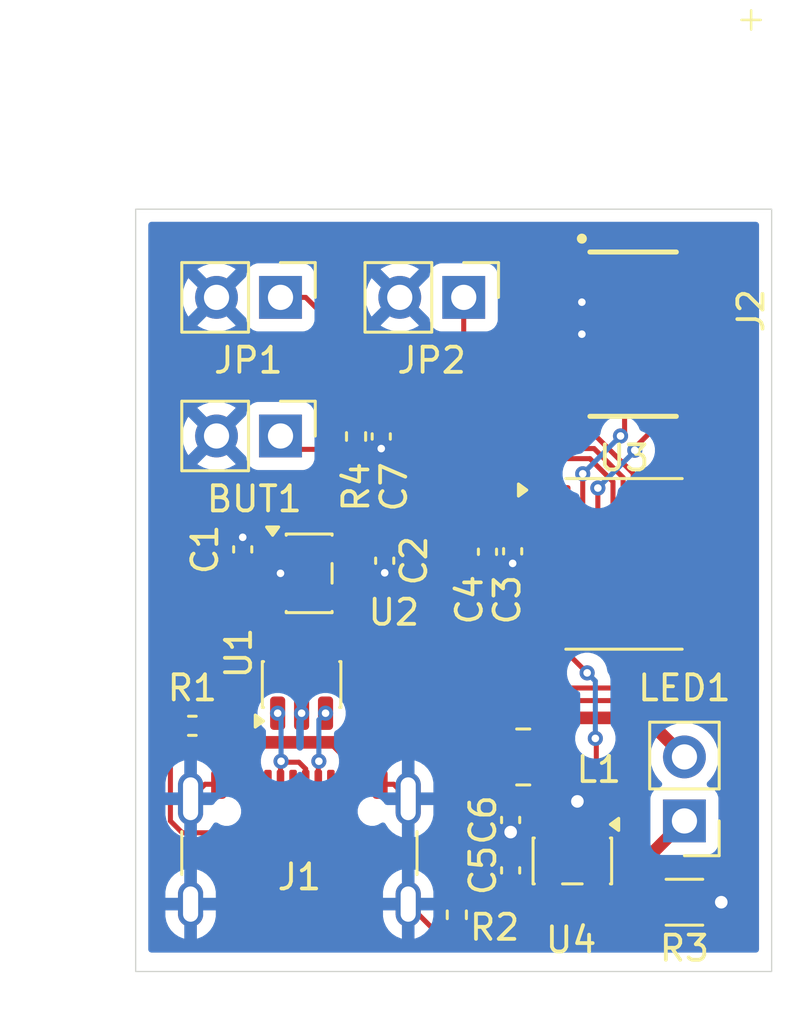
<source format=kicad_pcb>
(kicad_pcb (version 20241229) (generator "pcbnew") (generator_version "9.0")
  (layers (0 "F.Cu" signal) (2 "B.Cu" signal) (13 "F.Paste" user) (15 "B.Paste" user) (5 "F.SilkS" user "F.Silkscreen") (7 "B.SilkS" user "B.Silkscreen") (1 "F.Mask" user) (3 "B.Mask" user) (25 "Edge.Cuts" user))
  (net 0 "")
  (net 1 "Net-(BUT1-Pad1)")
  (net 2 "GND")
  (net 3 "Net-(LED1-A)")
  (net 4 "/NRST")
  (net 5 "Net-(U3-PA3)")
  (net 6 "/VBUS")
  (net 7 "Net-(J1-CC1)")
  (net 10 "Net-(J1-CC2)")
  (net 11 "Net-(LED1-K)")
  (net 13 "/D+")
  (net 14 "/D-")
  (net 16 "/3V3")
  (net 21 "Net-(JP1-A)")
  (net 23 "Net-(JP2-A)")
  (net 24 "Net-(U4-SW)")
  (net 27 "Net-(U3-PA0)")
  (net 28 "/SYS_SWCLK")
  (net 31 "/SYS_SWDIO")
  (net 35 "/USB-")
  (net 36 "/USB+")
  (footprint "Resistor_SMD:R_0402_1005Metric" (layer "F.Cu") (at 152.5 140 180)
    (property "Reference" "R1" (at 0 1.5 0) (layer "F.SilkS"))
    (property "Value" "5K1")
    (fp_line (start -0.153641 0.38) (end 0.153641 0.38) (stroke (width 0.12)) (layer "F.SilkS"))
    (fp_line (start -0.153641 -0.38) (end 0.153641 -0.38) (stroke (width 0.12)) (layer "F.SilkS"))
    (pad "1" smd roundrect (at -0.51 0 180) (size 0.54 0.64) (layers "F.Cu" "F.Mask" "F.Paste") (net 2 "GND"))
    (pad "2" smd roundrect (at 0.51 0 180) (size 0.54 0.64) (layers "F.Cu" "F.Mask" "F.Paste") (net 7 "Net-(J1-CC1)"))
  )
  (footprint "Connector_PinHeader_2.54mm:PinHeader_1x02_P2.54mm_Vertical" (layer "F.Cu") (at 163.275 123 -90)
    (property "Reference" "JP2" (at 2.5 1.275 180) (layer "F.SilkS"))
    (property "Value" "Jumper_2_Open")
    (fp_line (start -1.38 3.92) (end 1.38 3.92) (stroke (width 0.12)) (layer "F.SilkS"))
    (fp_line (start -1.38 1.27) (end -1.38 3.92) (stroke (width 0.12)) (layer "F.SilkS"))
    (fp_line (start -1.38 1.27) (end 1.38 1.27) (stroke (width 0.12)) (layer "F.SilkS"))
    (fp_line (start 1.38 1.27) (end 1.38 3.92) (stroke (width 0.12)) (layer "F.SilkS"))
    (fp_line (start -1.38 0) (end -1.38 -1.38) (stroke (width 0.12)) (layer "F.SilkS"))
    (fp_line (start -1.38 -1.38) (end 0 -1.38) (stroke (width 0.12)) (layer "F.SilkS"))
    (pad "1" thru_hole rect (at 0 0 270) (size 1.7 1.7) (drill 1) (layers "*.Cu" "*.Mask") (net 23 "Net-(JP2-A)"))
    (pad "2" thru_hole circle (at 0 2.54 270) (size 1.7 1.7) (drill 1) (layers "*.Cu" "*.Mask") (net 2 "GND"))
  )
  (footprint "Connector_PinHeader_2.54mm:PinHeader_1x02_P2.54mm_Vertical" (layer "F.Cu") (at 156 128.5 -90)
    (property "Reference" "BUT1" (at 2.5 1.04 180) (layer "F.SilkS"))
    (property "Value" "External Button")
    (fp_line (start -1.38 3.92) (end 1.38 3.92) (stroke (width 0.12)) (layer "F.SilkS"))
    (fp_line (start -1.38 1.27) (end -1.38 3.92) (stroke (width 0.12)) (layer "F.SilkS"))
    (fp_line (start -1.38 1.27) (end 1.38 1.27) (stroke (width 0.12)) (layer "F.SilkS"))
    (fp_line (start 1.38 1.27) (end 1.38 3.92) (stroke (width 0.12)) (layer "F.SilkS"))
    (fp_line (start -1.38 0) (end -1.38 -1.38) (stroke (width 0.12)) (layer "F.SilkS"))
    (fp_line (start -1.38 -1.38) (end 0 -1.38) (stroke (width 0.12)) (layer "F.SilkS"))
    (pad "1" thru_hole rect (at 0 0 270) (size 1.7 1.7) (drill 1) (layers "*.Cu" "*.Mask") (net 1 "Net-(BUT1-Pad1)"))
    (pad "2" thru_hole circle (at 0 2.54 270) (size 1.7 1.7) (drill 1) (layers "*.Cu" "*.Mask") (net 2 "GND"))
  )
  (footprint "Inductor_SMD:L_1008_2520Metric" (layer "F.Cu") (at 165.6375 141.2375 180)
    (property "Reference" "L1" (at -3 -0.5 0) (layer "F.SilkS"))
    (property "Value" "4u7")
    (fp_line (start -0.261252 1.11) (end 0.261252 1.11) (stroke (width 0.12)) (layer "F.SilkS"))
    (fp_line (start -0.261252 -1.11) (end 0.261252 -1.11) (stroke (width 0.12)) (layer "F.SilkS"))
    (pad "1" smd roundrect (at -1.075 0 180) (size 1.25 2.2) (layers "F.Cu" "F.Mask" "F.Paste") (roundrect_rratio 0.2) (net 24 "Net-(U4-SW)"))
    (pad "2" smd roundrect (at 1.075 0 180) (size 1.25 2.2) (layers "F.Cu" "F.Mask" "F.Paste") (roundrect_rratio 0.2) (net 3 "Net-(LED1-A)"))
  )
  (footprint "Capacitor_SMD:C_0402_1005Metric" (layer "F.Cu") (at 165.2175 133.075 90)
    (property "Reference" "C3" (at -1.925 -0.2175 90) (layer "F.SilkS"))
    (property "Value" "100n")
    (fp_line (start -0.107836 -0.36) (end 0.107836 -0.36) (stroke (width 0.12)) (layer "F.SilkS"))
    (fp_line (start -0.107836 0.36) (end 0.107836 0.36) (stroke (width 0.12)) (layer "F.SilkS"))
    (pad "1" smd roundrect (at -0.48 0 90) (size 0.56 0.62) (layers "F.Cu" "F.Mask" "F.Paste") (net 2 "GND"))
    (pad "2" smd roundrect (at 0.48 0 90) (size 0.56 0.62) (layers "F.Cu" "F.Mask" "F.Paste") (net 16 "/3V3"))
  )
  (footprint "Resistor_SMD:R_0402_1005Metric" (layer "F.Cu") (at 159 128.52 -90)
    (property "Reference" "R4" (at 2 0 90) (layer "F.SilkS"))
    (property "Value" "500")
    (fp_line (start -0.153641 0.38) (end 0.153641 0.38) (stroke (width 0.12)) (layer "F.SilkS"))
    (fp_line (start -0.153641 -0.38) (end 0.153641 -0.38) (stroke (width 0.12)) (layer "F.SilkS"))
    (pad "1" smd roundrect (at -0.51 0 270) (size 0.54 0.64) (layers "F.Cu" "F.Mask" "F.Paste") (net 27 "Net-(U3-PA0)"))
    (pad "2" smd roundrect (at 0.51 0 270) (size 0.54 0.64) (layers "F.Cu" "F.Mask" "F.Paste") (net 1 "Net-(BUT1-Pad1)"))
  )
  (footprint "Package_SO:TSSOP-20_4.4x6.5mm_P0.65mm" (layer "F.Cu") (at 169.6375 133.575)
    (property "Reference" "U3" (at 0 -4.2 0) (layer "F.SilkS"))
    (property "Value" "STM32C071FBPx")
    (fp_line (start -2.31 -3.385) (end 2.31 -3.385) (stroke (width 0.12)) (layer "F.SilkS"))
    (fp_line (start 2.31 3.385) (end -2.31 3.385) (stroke (width 0.12)) (layer "F.SilkS"))
    (fp_poly (pts (xy -3.86 -2.93) (xy -4.19 -2.69) (xy -4.19 -3.17)) (stroke (width 0.12)) (fill yes) (layer "F.SilkS"))
    (pad "1" smd roundrect (at -2.8625 -2.925) (size 1.475 0.4) (layers "F.Cu" "F.Mask" "F.Paste"))
    (pad "2" smd roundrect (at -2.8625 -2.275) (size 1.475 0.4) (layers "F.Cu" "F.Mask" "F.Paste"))
    (pad "3" smd roundrect (at -2.8625 -1.625) (size 1.475 0.4) (layers "F.Cu" "F.Mask" "F.Paste"))
    (pad "4" smd roundrect (at -2.8625 -0.975) (size 1.475 0.4) (layers "F.Cu" "F.Mask" "F.Paste") (net 16 "/3V3"))
    (pad "5" smd roundrect (at -2.8625 -0.325) (size 1.475 0.4) (layers "F.Cu" "F.Mask" "F.Paste") (net 2 "GND"))
    (pad "6" smd roundrect (at -2.8625 0.325) (size 1.475 0.4) (layers "F.Cu" "F.Mask" "F.Paste") (net 4 "/NRST"))
    (pad "7" smd roundrect (at -2.8625 0.975) (size 1.475 0.4) (layers "F.Cu" "F.Mask" "F.Paste") (net 27 "Net-(U3-PA0)"))
    (pad "8" smd roundrect (at -2.8625 1.625) (size 1.475 0.4) (layers "F.Cu" "F.Mask" "F.Paste") (net 21 "Net-(JP1-A)"))
    (pad "9" smd roundrect (at -2.8625 2.275) (size 1.475 0.4) (layers "F.Cu" "F.Mask" "F.Paste") (net 23 "Net-(JP2-A)"))
    (pad "10" smd roundrect (at -2.8625 2.925) (size 1.475 0.4) (layers "F.Cu" "F.Mask" "F.Paste") (net 5 "Net-(U3-PA3)"))
    (pad "11" smd roundrect (at 2.8625 2.925) (size 1.475 0.4) (layers "F.Cu" "F.Mask" "F.Paste"))
    (pad "12" smd roundrect (at 2.8625 2.275) (size 1.475 0.4) (layers "F.Cu" "F.Mask" "F.Paste"))
    (pad "13" smd roundrect (at 2.8625 1.625) (size 1.475 0.4) (layers "F.Cu" "F.Mask" "F.Paste"))
    (pad "14" smd roundrect (at 2.8625 0.975) (size 1.475 0.4) (layers "F.Cu" "F.Mask" "F.Paste"))
    (pad "15" smd roundrect (at 2.8625 0.325) (size 1.475 0.4) (layers "F.Cu" "F.Mask" "F.Paste"))
    (pad "16" smd roundrect (at 2.8625 -0.325) (size 1.475 0.4) (layers "F.Cu" "F.Mask" "F.Paste") (net 14 "/D-"))
    (pad "17" smd roundrect (at 2.8625 -0.975) (size 1.475 0.4) (layers "F.Cu" "F.Mask" "F.Paste") (net 13 "/D+"))
    (pad "18" smd roundrect (at 2.8625 -1.625) (size 1.475 0.4) (layers "F.Cu" "F.Mask" "F.Paste") (net 31 "/SYS_SWDIO"))
    (pad "19" smd roundrect (at 2.8625 -2.275) (size 1.475 0.4) (layers "F.Cu" "F.Mask" "F.Paste") (net 28 "/SYS_SWCLK"))
    (pad "20" smd roundrect (at 2.8625 -2.925) (size 1.475 0.4) (layers "F.Cu" "F.Mask" "F.Paste"))
  )
  (footprint "Resistor_SMD:R_1206_3216Metric" (layer "F.Cu") (at 172.0375 147 180)
    (property "Reference" "R3" (at 0 -1.83 0) (layer "F.SilkS"))
    (property "Value" "100m")
    (fp_line (start -0.727064 0.91) (end 0.727064 0.91) (stroke (width 0.12)) (layer "F.SilkS"))
    (fp_line (start -0.727064 -0.91) (end 0.727064 -0.91) (stroke (width 0.12)) (layer "F.SilkS"))
    (pad "1" smd roundrect (at -1.4625 0 180) (size 1.125 1.75) (layers "F.Cu" "F.Mask" "F.Paste") (roundrect_rratio 0.222222) (net 2 "GND"))
    (pad "2" smd roundrect (at 1.4625 0 180) (size 1.125 1.75) (layers "F.Cu" "F.Mask" "F.Paste") (roundrect_rratio 0.222222) (net 11 "Net-(LED1-K)"))
  )
  (footprint "Package_TO_SOT_SMD:SOT-23-5" (layer "F.Cu") (at 157.1375 133.95)
    (property "Reference" "U2" (at 3.3625 1.55 0) (layer "F.SilkS"))
    (property "Value" "TPS7A0533PDBV")
    (fp_line (start -0.91 -1.56) (end 0.91 -1.56) (stroke (width 0.12)) (layer "F.SilkS"))
    (fp_line (start -0.91 -1.51) (end -0.91 -1.56) (stroke (width 0.12)) (layer "F.SilkS"))
    (fp_line (start -0.91 1.56) (end -0.91 1.51) (stroke (width 0.12)) (layer "F.SilkS"))
    (fp_line (start 0.91 -1.56) (end 0.91 -1.51) (stroke (width 0.12)) (layer "F.SilkS"))
    (fp_line (start 0.91 -0.39) (end 0.91 0.39) (stroke (width 0.12)) (layer "F.SilkS"))
    (fp_line (start 0.91 1.51) (end 0.91 1.56) (stroke (width 0.12)) (layer "F.SilkS"))
    (fp_line (start 0.91 1.56) (end -0.91 1.56) (stroke (width 0.12)) (layer "F.SilkS"))
    (fp_poly (pts (xy -1.45 -1.51) (xy -1.69 -1.84) (xy -1.21 -1.84)) (stroke (width 0.12)) (fill yes) (layer "F.SilkS"))
    (pad "1" smd roundrect (at -1.1375 -0.95) (size 1.325 0.6) (layers "F.Cu" "F.Mask" "F.Paste") (net 6 "/VBUS"))
    (pad "2" smd roundrect (at -1.1375 0) (size 1.325 0.6) (layers "F.Cu" "F.Mask" "F.Paste") (net 2 "GND"))
    (pad "3" smd roundrect (at -1.1375 0.95) (size 1.325 0.6) (layers "F.Cu" "F.Mask" "F.Paste") (net 6 "/VBUS"))
    (pad "4" smd roundrect (at 1.1375 0.95) (size 1.325 0.6) (layers "F.Cu" "F.Mask" "F.Paste"))
    (pad "5" smd roundrect (at 1.1375 -0.95) (size 1.325 0.6) (layers "F.Cu" "F.Mask" "F.Paste") (net 16 "/3V3"))
  )
  (footprint "Capacitor_SMD:C_0402_1005Metric" (layer "F.Cu") (at 154.5 133 90)
    (property "Reference" "C1" (at 0 -1.5 90) (layer "F.SilkS"))
    (property "Value" "1u")
    (fp_line (start -0.107836 -0.36) (end 0.107836 -0.36) (stroke (width 0.12)) (layer "F.SilkS"))
    (fp_line (start -0.107836 0.36) (end 0.107836 0.36) (stroke (width 0.12)) (layer "F.SilkS"))
    (pad "1" smd roundrect (at -0.48 0 90) (size 0.56 0.62) (layers "F.Cu" "F.Mask" "F.Paste") (net 6 "/VBUS"))
    (pad "2" smd roundrect (at 0.48 0 90) (size 0.56 0.62) (layers "F.Cu" "F.Mask" "F.Paste") (net 2 "GND"))
  )
  (footprint "Capacitor_SMD:C_0402_1005Metric" (layer "F.Cu") (at 160 128.52 90)
    (property "Reference" "C7" (at -2 0.5 90) (layer "F.SilkS"))
    (property "Value" "10u")
    (fp_line (start -0.107836 -0.36) (end 0.107836 -0.36) (stroke (width 0.12)) (layer "F.SilkS"))
    (fp_line (start -0.107836 0.36) (end 0.107836 0.36) (stroke (width 0.12)) (layer "F.SilkS"))
    (pad "1" smd roundrect (at -0.48 0 90) (size 0.56 0.62) (layers "F.Cu" "F.Mask" "F.Paste") (net 2 "GND"))
    (pad "2" smd roundrect (at 0.48 0 90) (size 0.56 0.62) (layers "F.Cu" "F.Mask" "F.Paste") (net 27 "Net-(U3-PA0)"))
  )
  (footprint "Capacitor_SMD:C_0402_1005Metric" (layer "F.Cu") (at 164.2175 133.095 90)
    (property "Reference" "C4" (at -1.905 -0.7175 90) (layer "F.SilkS"))
    (property "Value" "4u7")
    (fp_line (start -0.107836 -0.36) (end 0.107836 -0.36) (stroke (width 0.12)) (layer "F.SilkS"))
    (fp_line (start -0.107836 0.36) (end 0.107836 0.36) (stroke (width 0.12)) (layer "F.SilkS"))
    (pad "1" smd roundrect (at -0.48 0 90) (size 0.56 0.62) (layers "F.Cu" "F.Mask" "F.Paste") (net 2 "GND"))
    (pad "2" smd roundrect (at 0.48 0 90) (size 0.56 0.62) (layers "F.Cu" "F.Mask" "F.Paste") (net 16 "/3V3"))
  )
  (footprint "Connector_PinHeader_2.54mm:PinHeader_1x02_P2.54mm_Vertical" (layer "F.Cu") (at 156 123 -90)
    (property "Reference" "JP1" (at 2.5 1.275 180) (layer "F.SilkS"))
    (property "Value" "Jumper_2_Open")
    (fp_line (start -1.38 3.92) (end 1.38 3.92) (stroke (width 0.12)) (layer "F.SilkS"))
    (fp_line (start -1.38 1.27) (end -1.38 3.92) (stroke (width 0.12)) (layer "F.SilkS"))
    (fp_line (start -1.38 1.27) (end 1.38 1.27) (stroke (width 0.12)) (layer "F.SilkS"))
    (fp_line (start 1.38 1.27) (end 1.38 3.92) (stroke (width 0.12)) (layer "F.SilkS"))
    (fp_line (start -1.38 0) (end -1.38 -1.38) (stroke (width 0.12)) (layer "F.SilkS"))
    (fp_line (start -1.38 -1.38) (end 0 -1.38) (stroke (width 0.12)) (layer "F.SilkS"))
    (pad "1" thru_hole rect (at 0 0 270) (size 1.7 1.7) (drill 1) (layers "*.Cu" "*.Mask") (net 21 "Net-(JP1-A)"))
    (pad "2" thru_hole circle (at 0 2.54 270) (size 1.7 1.7) (drill 1) (layers "*.Cu" "*.Mask") (net 2 "GND"))
  )
  (footprint "Package_TO_SOT_SMD:TSOT-23-5" (layer "F.Cu") (at 167.5875 145.3625 -90)
    (property "Reference" "U4" (at 3.1375 0.05 180) (layer "F.SilkS"))
    (property "Value" "PAM2804")
    (fp_line (start -0.91 1.56) (end -0.91 1.51) (stroke (width 0.12)) (layer "F.SilkS"))
    (fp_line (start 0.91 1.56) (end -0.91 1.56) (stroke (width 0.12)) (layer "F.SilkS"))
    (fp_line (start 0.91 1.51) (end 0.91 1.56) (stroke (width 0.12)) (layer "F.SilkS"))
    (fp_line (start 0.91 -0.39) (end 0.91 0.39) (stroke (width 0.12)) (layer "F.SilkS"))
    (fp_line (start -0.91 -1.51) (end -0.91 -1.56) (stroke (width 0.12)) (layer "F.SilkS"))
    (fp_line (start -0.91 -1.56) (end 0.91 -1.56) (stroke (width 0.12)) (layer "F.SilkS"))
    (fp_line (start 0.91 -1.56) (end 0.91 -1.51) (stroke (width 0.12)) (layer "F.SilkS"))
    (fp_poly (pts (xy -1.45 -1.51) (xy -1.69 -1.84) (xy -1.21 -1.84)) (stroke (width 0.12)) (fill yes) (layer "F.SilkS"))
    (pad "1" smd roundrect (at -1.1375 -0.95 270) (size 1.325 0.6) (layers "F.Cu" "F.Mask" "F.Paste") (net 5 "Net-(U3-PA3)"))
    (pad "2" smd roundrect (at -1.1375 0 270) (size 1.325 0.6) (layers "F.Cu" "F.Mask" "F.Paste") (net 2 "GND"))
    (pad "3" smd roundrect (at -1.1375 0.95 270) (size 1.325 0.6) (layers "F.Cu" "F.Mask" "F.Paste") (net 24 "Net-(U4-SW)"))
    (pad "4" smd roundrect (at 1.1375 0.95 270) (size 1.325 0.6) (layers "F.Cu" "F.Mask" "F.Paste") (net 6 "/VBUS"))
    (pad "5" smd roundrect (at 1.1375 -0.95 270) (size 1.325 0.6) (layers "F.Cu" "F.Mask" "F.Paste") (net 11 "Net-(LED1-K)"))
  )
  (footprint "Connector_USB:USB_C_Receptacle_GCT_USB4105-xx-A_16P_TopMnt_Horizontal" (layer "F.Cu") (at 156.75 146)
    (property "Reference" "J1" (at 0 0 0) (layer "F.SilkS"))
    (property "Value" "USB_C_Receptacle_USB2.0_16P")
    (fp_line (start -4.67 -0.1) (end -4.67 -1.8) (stroke (width 0.12)) (layer "F.SilkS"))
    (fp_line (start 4.67 -0.1) (end 4.67 -1.8) (stroke (width 0.12)) (layer "F.SilkS"))
    (pad "" np_thru_hole circle (at -2.89 -2.605) (size 0.65 0.65) (drill 0.65) (layers "*.Cu" "*.Mask"))
    (pad "" np_thru_hole circle (at 2.89 -2.605) (size 0.65 0.65) (drill 0.65) (layers "*.Cu" "*.Mask"))
    (pad "A1" smd roundrect (at -3.2 -3.68) (size 0.6 1.15) (layers "F.Cu" "F.Mask" "F.Paste") (net 2 "GND"))
    (pad "A4" smd roundrect (at -2.4 -3.68) (size 0.6 1.15) (layers "F.Cu" "F.Mask" "F.Paste") (net 6 "/VBUS"))
    (pad "A5" smd roundrect (at -1.25 -3.68) (size 0.3 1.15) (layers "F.Cu" "F.Mask" "F.Paste") (net 7 "Net-(J1-CC1)"))
    (pad "A6" smd roundrect (at -0.25 -3.68) (size 0.3 1.15) (layers "F.Cu" "F.Mask" "F.Paste") (net 36 "/USB+"))
    (pad "A7" smd roundrect (at 0.25 -3.68) (size 0.3 1.15) (layers "F.Cu" "F.Mask" "F.Paste") (net 35 "/USB-"))
    (pad "A8" smd roundrect (at 1.25 -3.68) (size 0.3 1.15) (layers "F.Cu" "F.Mask" "F.Paste"))
    (pad "A9" smd roundrect (at 2.4 -3.68) (size 0.6 1.15) (layers "F.Cu" "F.Mask" "F.Paste") (net 6 "/VBUS"))
    (pad "A12" smd roundrect (at 3.2 -3.68) (size 0.6 1.15) (layers "F.Cu" "F.Mask" "F.Paste") (net 2 "GND"))
    (pad "B1" smd roundrect (at 3.2 -3.68) (size 0.6 1.15) (layers "F.Cu" "F.Mask" "F.Paste") (net 2 "GND"))
    (pad "B4" smd roundrect (at 2.4 -3.68) (size 0.6 1.15) (layers "F.Cu" "F.Mask" "F.Paste") (net 6 "/VBUS"))
    (pad "B5" smd roundrect (at 1.75 -3.68) (size 0.3 1.15) (layers "F.Cu" "F.Mask" "F.Paste") (net 10 "Net-(J1-CC2)"))
    (pad "B6" smd roundrect (at 0.75 -3.68) (size 0.3 1.15) (layers "F.Cu" "F.Mask" "F.Paste") (net 36 "/USB+"))
    (pad "B7" smd roundrect (at -0.75 -3.68) (size 0.3 1.15) (layers "F.Cu" "F.Mask" "F.Paste") (net 35 "/USB-"))
    (pad "B8" smd roundrect (at -1.75 -3.68) (size 0.3 1.15) (layers "F.Cu" "F.Mask" "F.Paste"))
    (pad "B9" smd roundrect (at -2.4 -3.68) (size 0.6 1.15) (layers "F.Cu" "F.Mask" "F.Paste") (net 6 "/VBUS"))
    (pad "B12" smd roundrect (at -3.2 -3.68) (size 0.6 1.15) (layers "F.Cu" "F.Mask" "F.Paste") (net 2 "GND"))
    (pad "S1" thru_hole oval (at -4.32 -3.105) (size 1 2.1) (drill oval 0.6 1.7) (property pad_prop_heatsink) (layers "*.Cu" "*.Mask" "F.Paste") (net 2 "GND"))
    (pad "S1" thru_hole oval (at -4.32 1.075) (size 1 1.8) (drill oval 0.6 1.4) (property pad_prop_heatsink) (layers "*.Cu" "*.Mask" "F.Paste") (net 2 "GND"))
    (pad "S1" thru_hole oval (at 4.32 -3.105) (size 1 2.1) (drill oval 0.6 1.7) (property pad_prop_heatsink) (layers "*.Cu" "*.Mask" "F.Paste") (net 2 "GND"))
    (pad "S1" thru_hole oval (at 4.32 1.075) (size 1 1.8) (drill oval 0.6 1.4) (property pad_prop_heatsink) (layers "*.Cu" "*.Mask" "F.Paste") (net 2 "GND"))
  )
  (footprint "Capacitor_SMD:C_0402_1005Metric" (layer "F.Cu") (at 165.1375 143.7375 -90)
    (property "Reference" "C6" (at 0 1.1 90) (layer "F.SilkS"))
    (property "Value" "10u")
    (fp_line (start -0.107836 0.36) (end 0.107836 0.36) (stroke (width 0.12)) (layer "F.SilkS"))
    (fp_line (start -0.107836 -0.36) (end 0.107836 -0.36) (stroke (width 0.12)) (layer "F.SilkS"))
    (pad "1" smd roundrect (at -0.48 0 270) (size 0.56 0.62) (layers "F.Cu" "F.Mask" "F.Paste") (net 3 "Net-(LED1-A)"))
    (pad "2" smd roundrect (at 0.48 0 270) (size 0.56 0.62) (layers "F.Cu" "F.Mask" "F.Paste") (net 2 "GND"))
  )
  (footprint "Package_TO_SOT_SMD:SOT-23-6" (layer "F.Cu") (at 156.8375 138.3625 90)
    (property "Reference" "U1" (at 1.25 -2.5 90) (layer "F.SilkS"))
    (property "Value" "USBLC6-2SC6")
    (fp_line (start 0.91 -1.56) (end 0.91 -1.51) (stroke (width 0.12)) (layer "F.SilkS"))
    (fp_line (start -0.91 -1.56) (end 0.91 -1.56) (stroke (width 0.12)) (layer "F.SilkS"))
    (fp_line (start -0.91 -1.51) (end -0.91 -1.56) (stroke (width 0.12)) (layer "F.SilkS"))
    (fp_line (start 0.91 1.51) (end 0.91 1.56) (stroke (width 0.12)) (layer "F.SilkS"))
    (fp_line (start 0.91 1.56) (end -0.91 1.56) (stroke (width 0.12)) (layer "F.SilkS"))
    (fp_line (start -0.91 1.56) (end -0.91 1.51) (stroke (width 0.12)) (layer "F.SilkS"))
    (fp_poly (pts (xy -1.45 -1.51) (xy -1.69 -1.84) (xy -1.21 -1.84)) (stroke (width 0.12)) (fill yes) (layer "F.SilkS"))
    (pad "1" smd roundrect (at -1.1375 -0.95 90) (size 1.325 0.6) (layers "F.Cu" "F.Mask" "F.Paste") (net 35 "/USB-"))
    (pad "2" smd roundrect (at -1.1375 0 90) (size 1.325 0.6) (layers "F.Cu" "F.Mask" "F.Paste") (net 2 "GND"))
    (pad "3" smd roundrect (at -1.1375 0.95 90) (size 1.325 0.6) (layers "F.Cu" "F.Mask" "F.Paste") (net 36 "/USB+"))
    (pad "4" smd roundrect (at 1.1375 0.95 90) (size 1.325 0.6) (layers "F.Cu" "F.Mask" "F.Paste") (net 13 "/D+"))
    (pad "5" smd roundrect (at 1.1375 0 90) (size 1.325 0.6) (layers "F.Cu" "F.Mask" "F.Paste") (net 6 "/VBUS"))
    (pad "6" smd roundrect (at 1.1375 -0.95 90) (size 1.325 0.6) (layers "F.Cu" "F.Mask" "F.Paste") (net 14 "/D-"))
  )
  (footprint "Connector_PinHeader_2.54mm:PinHeader_1x02_P2.54mm_Vertical" (layer "F.Cu") (at 172.0375 143.775 180)
    (property "Reference" "LED1" (at 0 5.275 180) (layer "F.SilkS"))
    (property "Value" "External LED")
    (fp_line (start 1.38 1.27) (end 1.38 3.92) (stroke (width 0.12)) (layer "F.SilkS"))
    (fp_line (start -1.38 3.92) (end 1.38 3.92) (stroke (width 0.12)) (layer "F.SilkS"))
    (fp_line (start -1.38 1.27) (end 1.38 1.27) (stroke (width 0.12)) (layer "F.SilkS"))
    (fp_line (start -1.38 1.27) (end -1.38 3.92) (stroke (width 0.12)) (layer "F.SilkS"))
    (fp_line (start -1.38 0) (end -1.38 -1.38) (stroke (width 0.12)) (layer "F.SilkS"))
    (fp_line (start -1.38 -1.38) (end 0 -1.38) (stroke (width 0.12)) (layer "F.SilkS"))
    (pad "1" thru_hole rect (at 0 0 180) (size 1.7 1.7) (drill 1) (layers "*.Cu" "*.Mask") (net 11 "Net-(LED1-K)"))
    (pad "2" thru_hole circle (at 0 2.54 180) (size 1.7 1.7) (drill 1) (layers "*.Cu" "*.Mask") (net 3 "Net-(LED1-A)"))
  )
  (footprint "Resistor_SMD:R_0402_1005Metric" (layer "F.Cu") (at 163 147.5 90)
    (property "Reference" "R2" (at -0.5 1.5 180) (layer "F.SilkS"))
    (property "Value" "5K1")
    (fp_line (start -0.153641 -0.38) (end 0.153641 -0.38) (stroke (width 0.12)) (layer "F.SilkS"))
    (fp_line (start -0.153641 0.38) (end 0.153641 0.38) (stroke (width 0.12)) (layer "F.SilkS"))
    (pad "1" smd roundrect (at -0.51 0 90) (size 0.54 0.64) (layers "F.Cu" "F.Mask" "F.Paste") (net 2 "GND"))
    (pad "2" smd roundrect (at 0.51 0 90) (size 0.54 0.64) (layers "F.Cu" "F.Mask" "F.Paste") (net 10 "Net-(J1-CC2)"))
  )
  (footprint "Project_Footprints:SAMTEC_FTSH-105-XX-X-DV" (layer "F.Cu") (at 170 124.46 -90)
    (property "Reference" "J2" (at -0.931 -4.681 90) (layer "F.SilkS"))
    (property "Value" "Conn_02x05_Odd_Even")
    (fp_line (start 3.26 1.715) (end 3.26 -1.715) (stroke (width 0.2)) (layer "F.SilkS"))
    (fp_line (start -3.26 -1.715) (end -3.26 1.715) (stroke (width 0.2)) (layer "F.SilkS"))
    (fp_circle (center -3.79 2.035) (end -3.69 2.035) (stroke (width 0.2)) (fill no) (layer "F.SilkS"))
    (pad "1" smd rect (at -2.54 2.035 270) (size 0.74 2.79) (layers "F.Cu" "F.Mask" "F.Paste") (net 16 "/3V3"))
    (pad "2" smd rect (at -2.54 -2.035 270) (size 0.74 2.79) (layers "F.Cu" "F.Mask" "F.Paste") (net 31 "/SYS_SWDIO"))
    (pad "3" smd rect (at -1.27 2.035 270) (size 0.74 2.79) (layers "F.Cu" "F.Mask" "F.Paste") (net 2 "GND"))
    (pad "4" smd rect (at -1.27 -2.035 270) (size 0.74 2.79) (layers "F.Cu" "F.Mask" "F.Paste") (net 28 "/SYS_SWCLK"))
    (pad "5" smd rect (at 0 2.035 270) (size 0.74 2.79) (layers "F.Cu" "F.Mask" "F.Paste") (net 2 "GND"))
    (pad "6" smd rect (at 0 -2.035 270) (size 0.74 2.79) (layers "F.Cu" "F.Mask" "F.Paste"))
    (pad "7" smd rect (at 1.27 2.035 270) (size 0.74 2.79) (layers "F.Cu" "F.Mask" "F.Paste"))
    (pad "8" smd rect (at 1.27 -2.035 270) (size 0.74 2.79) (layers "F.Cu" "F.Mask" "F.Paste"))
    (pad "9" smd rect (at 2.54 2.035 270) (size 0.74 2.79) (layers "F.Cu" "F.Mask" "F.Paste"))
    (pad "10" smd rect (at 2.54 -2.035 270) (size 0.74 2.79) (layers "F.Cu" "F.Mask" "F.Paste") (net 4 "/NRST"))
  )
  (footprint "Capacitor_SMD:C_0402_1005Metric" (layer "F.Cu") (at 165.1375 145.7375 -90)
    (property "Reference" "C5" (at 0 1.1 90) (layer "F.SilkS"))
    (property "Value" "10u")
    (fp_line (start -0.107836 0.36) (end 0.107836 0.36) (stroke (width 0.12)) (layer "F.SilkS"))
    (fp_line (start -0.107836 -0.36) (end 0.107836 -0.36) (stroke (width 0.12)) (layer "F.SilkS"))
    (pad "1" smd roundrect (at -0.48 0 270) (size 0.56 0.62) (layers "F.Cu" "F.Mask" "F.Paste") (net 2 "GND"))
    (pad "2" smd roundrect (at 0.48 0 270) (size 0.56 0.62) (layers "F.Cu" "F.Mask" "F.Paste") (net 6 "/VBUS"))
  )
  (footprint "Capacitor_SMD:C_0402_1005Metric" (layer "F.Cu") (at 160.1375 133.45 -90)
    (property "Reference" "C2" (at 0 -1.16 90) (layer "F.SilkS"))
    (property "Value" "1u")
    (fp_line (start -0.107836 0.36) (end 0.107836 0.36) (stroke (width 0.12)) (layer "F.SilkS"))
    (fp_line (start -0.107836 -0.36) (end 0.107836 -0.36) (stroke (width 0.12)) (layer "F.SilkS"))
    (pad "1" smd roundrect (at -0.48 0 270) (size 0.56 0.62) (layers "F.Cu" "F.Mask" "F.Paste") (net 16 "/3V3"))
    (pad "2" smd roundrect (at 0.48 0 270) (size 0.56 0.62) (layers "F.Cu" "F.Mask" "F.Paste") (net 2 "GND"))
  )
  (gr_rect (start 150.25 119.5) (end 175.5 149.75) (stroke (width 0.05)) (fill no) (layer "Edge.Cuts"))
  (gr_text "+" (at 174 112.5 0) (layer "F.SilkS") (effects (font (size 1 1) (thickness 0.1)) (justify left bottom)))
  (segment (start 159 129.03) (end 156.53 129.03) (width 0.2) (layer "F.Cu") (net 1))
  (segment (start 165.2175 133.555) (end 164.2375 133.555) (width 0.2) (layer "F.Cu") (net 2))
  (segment (start 165.5225 133.25) (end 166.775 133.25) (width 0.2) (layer "F.Cu") (net 2))
  (segment (start 159.95 142.32) (end 160.495 142.32) (width 0.2) (layer "F.Cu") (net 2))
  (segment (start 165.1375 144.2175) (end 165.1375 145.2575) (width 0.5) (layer "F.Cu") (net 2))
  (segment (start 153.01 140) (end 153.55 140.54) (width 0.2) (layer "F.Cu") (net 2))
  (segment (start 160.495 142.32) (end 161.07 142.895) (width 0.2) (layer "F.Cu") (net 2))
  (segment (start 153.55 140.54) (end 153.55 142.32) (width 0.2) (layer "F.Cu") (net 2))
  (segment (start 153.55 142.32) (end 153.005 142.32) (width 0.2) (layer "F.Cu") (net 2))
  (segment (start 153.005 142.32) (end 152.43 142.895) (width 0.2) (layer "F.Cu") (net 2))
  (segment (start 165.2175 133.555) (end 165.5225 133.25) (width 0.2) (layer "F.Cu") (net 2))
  (segment (start 163 148.01) (end 162.005 148.01) (width 0.2) (layer "F.Cu") (net 2))
  (segment (start 162.005 148.01) (end 161.07 147.075) (width 0.2) (layer "F.Cu") (net 2))
  (segment (start 167.5875 143.2) (end 167.7875 143) (width 0.5) (layer "F.Cu") (net 2))
  (segment (start 167.5875 144.225) (end 167.5875 143.2) (width 0.5) (layer "F.Cu") (net 2))
  (via (at 173.5 147) (size 0.9) (drill 0.5) (layers "F.Cu" "B.Cu") (net 2))
  (via (at 156 133.95) (size 0.6) (drill 0.3) (layers "F.Cu" "B.Cu") (net 2))
  (via (at 156.8375 139.5) (size 0.6) (drill 0.3) (layers "F.Cu" "B.Cu") (net 2))
  (via (at 165.1375 144.2175) (size 0.9) (drill 0.5) (layers "F.Cu" "B.Cu") (net 2))
  (via (at 160 129) (size 0.6) (drill 0.3) (layers "F.Cu" "B.Cu") (net 2))
  (via (at 165.2175 133.555) (size 0.6) (drill 0.3) (layers "F.Cu" "B.Cu") (net 2))
  (via (at 167.965 123.19) (size 0.6) (drill 0.3) (layers "F.Cu" "B.Cu") (net 2))
  (via (at 160.1375 133.93) (size 0.6) (drill 0.3) (layers "F.Cu" "B.Cu") (net 2))
  (via (at 154.5 132.52) (size 0.6) (drill 0.3) (layers "F.Cu" "B.Cu") (net 2))
  (via (at 167.965 124.46) (size 0.6) (drill 0.3) (layers "F.Cu" "B.Cu") (net 2))
  (via (at 167.7875 143) (size 0.9) (drill 0.5) (layers "F.Cu" "B.Cu") (net 2))
  (segment (start 164.5625 141.164208) (end 166.040208 139.6865) (width 0.5) (layer "F.Cu") (net 3))
  (segment (start 166.040208 139.6865) (end 170.489 139.6865) (width 0.5) (layer "F.Cu") (net 3))
  (segment (start 170.489 139.6865) (end 172.0375 141.235) (width 0.5) (layer "F.Cu") (net 3))
  (segment (start 165.1375 143.2575) (end 165.1375 141.8125) (width 0.5) (layer "F.Cu") (net 3))
  (segment (start 165.1375 141.8125) (end 164.5625 141.2375) (width 0.5) (layer "F.Cu") (net 3))
  (segment (start 167.512499 133.9) (end 168.6 132.812499) (width 0.2) (layer "F.Cu") (net 4))
  (segment (start 166.775 133.9) (end 167.512499 133.9) (width 0.2) (layer "F.Cu") (net 4))
  (segment (start 168.6 132.812499) (end 168.6 130.565687) (width 0.2) (layer "F.Cu") (net 4))
  (segment (start 170.065687 128.969313) (end 172.035 127) (width 0.2) (layer "F.Cu") (net 4))
  (segment (start 170.065687 129.065687) (end 170.065687 128.969313) (width 0.2) (layer "F.Cu") (net 4))
  (via (at 170.065687 129.065687) (size 0.6) (drill 0.3) (layers "F.Cu" "B.Cu") (net 4))
  (via (at 168.6 130.565687) (size 0.6) (drill 0.3) (layers "F.Cu" "B.Cu") (net 4))
  (segment (start 170.065687 129.1) (end 170.065687 129.065687) (width 0.2) (layer "B.Cu") (net 4))
  (segment (start 168.6 130.565687) (end 170.065687 129.1) (width 0.2) (layer "B.Cu") (net 4))
  (segment (start 168.5375 140.5375) (end 168.5 140.5) (width 0.2) (layer "F.Cu") (net 5))
  (segment (start 166.775 136.5) (end 168.175 137.9) (width 0.2) (layer "F.Cu") (net 5))
  (segment (start 168.5375 144.225) (end 168.5375 140.5375) (width 0.2) (layer "F.Cu") (net 5))
  (via (at 168.5 140.5) (size 0.6) (drill 0.3) (layers "F.Cu" "B.Cu") (net 5))
  (via (at 168.175 137.9) (size 0.6) (drill 0.3) (layers "F.Cu" "B.Cu") (net 5))
  (segment (start 168.5 140.5) (end 168.5 138.225) (width 0.2) (layer "B.Cu") (net 5))
  (segment (start 168.5 138.225) (end 168.175 137.9) (width 0.2) (layer "B.Cu") (net 5))
  (segment (start 155.4844 138.3865) (end 157 138.3865) (width 0.5) (layer "F.Cu") (net 6))
  (segment (start 158.157631 140.656675) (end 154.506675 140.656675) (width 0.5) (layer "F.Cu") (net 6))
  (segment (start 162.5 139.5) (end 162.5 143.889999) (width 0.5) (layer "F.Cu") (net 6))
  (segment (start 154.35 140.5) (end 154.35 139.5209) (width 0.5) (layer "F.Cu") (net 6))
  (segment (start 154.5 133.48) (end 154.5 135) (width 0.2) (layer "F.Cu") (net 6))
  (segment (start 166.355 146.2175) (end 166.6375 146.5) (width 0.5) (layer "F.Cu") (net 6))
  (segment (start 154.35 140.5) (end 154.35 142.32) (width 0.5) (layer "F.Cu") (net 6))
  (segment (start 156.8375 138.224) (end 157 138.3865) (width 0.5) (layer "F.Cu") (net 6))
  (segment (start 162.5 143.889999) (end 164.827501 146.2175) (width 0.5) (layer "F.Cu") (net 6))
  (segment (start 154.98 133) (end 156 133) (width 0.2) (layer "F.Cu") (net 6))
  (segment (start 154.5 138.5) (end 154.93545 138.93545) (width 0.2) (layer "F.Cu") (net 6))
  (segment (start 159.15 141.649044) (end 158.157631 140.656675) (width 0.5) (layer "F.Cu") (net 6))
  (segment (start 165.1375 146.2175) (end 166.355 146.2175) (width 0.5) (layer "F.Cu") (net 6))
  (segment (start 154.5 133.48) (end 154.98 133) (width 0.2) (layer "F.Cu") (net 6))
  (segment (start 154.35 139.5209) (end 154.93545 138.93545) (width 0.5) (layer "F.Cu") (net 6))
  (segment (start 164.827501 146.2175) (end 165.1375 146.2175) (width 0.5) (layer "F.Cu") (net 6))
  (segment (start 154.506675 140.656675) (end 154.35 140.5) (width 0.5) (layer "F.Cu") (net 6))
  (segment (start 154.6 134.9) (end 154.5 135) (width 0.2) (layer "F.Cu") (net 6))
  (segment (start 159.15 142.32) (end 159.15 141.649044) (width 0.5) (layer "F.Cu") (net 6))
  (segment (start 156 134.9) (end 154.6 134.9) (width 0.2) (layer "F.Cu") (net 6))
  (segment (start 156.8375 137.225) (end 156.8375 138.224) (width 0.5) (layer "F.Cu") (net 6))
  (segment (start 154.93545 138.93545) (end 155.4844 138.3865) (width 0.5) (layer "F.Cu") (net 6))
  (segment (start 161.3865 138.3865) (end 162.5 139.5) (width 0.5) (layer "F.Cu") (net 6))
  (segment (start 154.5 135) (end 154.5 138.5) (width 0.2) (layer "F.Cu") (net 6))
  (segment (start 157 138.3865) (end 161.3865 138.3865) (width 0.5) (layer "F.Cu") (net 6))
  (segment (start 155.5 142.928824) (end 154.182824 144.246) (width 0.2) (layer "F.Cu") (net 7))
  (segment (start 151.629 143.776785) (end 151.629 140.361) (width 0.2) (layer "F.Cu") (net 7))
  (segment (start 151.629 140.361) (end 151.99 140) (width 0.2) (layer "F.Cu") (net 7))
  (segment (start 154.182824 144.246) (end 152.098215 144.246) (width 0.2) (layer "F.Cu") (net 7))
  (segment (start 152.098215 144.246) (end 151.629 143.776785) (width 0.2) (layer "F.Cu") (net 7))
  (segment (start 155.5 142.32) (end 155.5 142.928824) (width 0.2) (layer "F.Cu") (net 7))
  (segment (start 159.534992 144.246) (end 160.256 144.246) (width 0.2) (layer "F.Cu") (net 10))
  (segment (start 158.5 143.211008) (end 159.534992 144.246) (width 0.2) (layer "F.Cu") (net 10))
  (segment (start 158.5 142.32) (end 158.5 143.211008) (width 0.2) (layer "F.Cu") (net 10))
  (segment (start 160.256 144.246) (end 163 146.99) (width 0.2) (layer "F.Cu") (net 10))
  (segment (start 170.575 147) (end 170.575 145.2375) (width 0.5) (layer "F.Cu") (net 11))
  (segment (start 170.075 146.5) (end 170.575 147) (width 0.5) (layer "F.Cu") (net 11))
  (segment (start 168.5375 146.5) (end 170.075 146.5) (width 0.5) (layer "F.Cu") (net 11))
  (segment (start 170.575 145.2375) (end 172.0375 143.775) (width 0.5) (layer "F.Cu") (net 11))
  (segment (start 172.5 132.6) (end 173.15737 132.6) (width 0.2) (layer "F.Cu") (net 13))
  (segment (start 173.5385 136.9615) (end 171.5 139) (width 0.2) (layer "F.Cu") (net 13))
  (segment (start 161.725 137.225) (end 157.7875 137.225) (width 0.2) (layer "F.Cu") (net 13))
  (segment (start 173.15737 132.6) (end 173.5385 132.98113) (width 0.2) (layer "F.Cu") (net 13))
  (segment (start 173.5385 132.98113) (end 173.5385 136.9615) (width 0.2) (layer "F.Cu") (net 13))
  (segment (start 163.5 139) (end 161.725 137.225) (width 0.2) (layer "F.Cu") (net 13))
  (segment (start 171.5 139) (end 163.5 139) (width 0.2) (layer "F.Cu") (net 13))
  (segment (start 172.5 133.25) (end 171.762501 133.25) (width 0.2) (layer "F.Cu") (net 14))
  (segment (start 155.8875 136.562501) (end 156.188501 136.2615) (width 0.2) (layer "F.Cu") (net 14))
  (segment (start 170 138.5) (end 171 137.5) (width 0.2) (layer "F.Cu") (net 14))
  (segment (start 155.8875 137.225) (end 155.8875 136.562501) (width 0.2) (layer "F.Cu") (net 14))
  (segment (start 161.3286 136.2615) (end 163.5671 138.5) (width 0.2) (layer "F.Cu") (net 14))
  (segment (start 171.006251 134.006251) (end 171 134.012501) (width 0.2) (layer "F.Cu") (net 14))
  (segment (start 171.762501 133.25) (end 171.006251 134.006251) (width 0.2) (layer "F.Cu") (net 14))
  (segment (start 171 137.5) (end 171 134.012502) (width 0.2) (layer "F.Cu") (net 14))
  (segment (start 163.5671 138.5) (end 170 138.5) (width 0.2) (layer "F.Cu") (net 14))
  (segment (start 171 134.012502) (end 171.006251 134.006251) (width 0.2) (layer "F.Cu") (net 14))
  (segment (start 156.188501 136.2615) (end 161.3286 136.2615) (width 0.2) (layer "F.Cu") (net 14))
  (segment (start 169.5 128.5) (end 169.661 128.339) (width 0.2) (layer "F.Cu") (net 16))
  (segment (start 158.275 133) (end 160.1075 133) (width 0.2) (layer "F.Cu") (net 16))
  (segment (start 169.661 128.339) (end 169.661 122.519) (width 0.2) (layer "F.Cu") (net 16))
  (segment (start 168 132.112499) (end 168 130) (width 0.2) (layer "F.Cu") (net 16))
  (segment (start 169.661 122.519) (end 169.062 121.92) (width 0.2) (layer "F.Cu") (net 16))
  (segment (start 167.512499 132.6) (end 168 132.112499) (width 0.2) (layer "F.Cu") (net 16))
  (segment (start 160.4925 132.615) (end 160.1375 132.97) (width 0.2) (layer "F.Cu") (net 16))
  (segment (start 165.2175 132.595) (end 164.2375 132.595) (width 0.2) (layer "F.Cu") (net 16))
  (segment (start 165.2175 132.595) (end 166.77 132.595) (width 0.2) (layer "F.Cu") (net 16))
  (segment (start 164.2175 132.615) (end 160.4925 132.615) (width 0.2) (layer "F.Cu") (net 16))
  (segment (start 166.775 132.6) (end 167.512499 132.6) (width 0.2) (layer "F.Cu") (net 16))
  (via (at 169.5 128.5) (size 0.6) (drill 0.3) (layers "F.Cu" "B.Cu") (net 16))
  (via (at 168 130) (size 0.6) (drill 0.3) (layers "F.Cu" "B.Cu") (net 16))
  (segment (start 168 130) (end 169.5 128.5) (width 0.2) (layer "B.Cu") (net 16))
  (segment (start 167.43237 135.2) (end 169.602 133.03037) (width 0.2) (layer "F.Cu") (net 21))
  (segment (start 157 123) (end 156 123) (width 0.2) (layer "F.Cu") (net 21))
  (segment (start 169.602 130.150644) (end 168.449356 128.998) (width 0.2) (layer "F.Cu") (net 21))
  (segment (start 169.602 133.03037) (end 169.602 130.150644) (width 0.2) (layer "F.Cu") (net 21))
  (segment (start 168.449356 128.998) (end 162.998 128.998) (width 0.2) (layer "F.Cu") (net 21))
  (segment (start 166.775 135.2) (end 167.43237 135.2) (width 0.2) (layer "F.Cu") (net 21))
  (segment (start 162.998 128.998) (end 157 123) (width 0.2) (layer "F.Cu") (net 21))
  (segment (start 170.003 129.984544) (end 168.518456 128.5) (width 0.2) (layer "F.Cu") (net 23))
  (segment (start 168.518456 128.5) (end 167 128.5) (width 0.2) (layer "F.Cu") (net 23))
  (segment (start 163.275 124.775) (end 163.275 123) (width 0.2) (layer "F.Cu") (net 23))
  (segment (start 170.003 133.359499) (end 170.003 129.984544) (width 0.2) (layer "F.Cu") (net 23))
  (segment (start 167 128.5) (end 163.275 124.775) (width 0.2) (layer "F.Cu") (net 23))
  (segment (start 167.512499 135.85) (end 170.003 133.359499) (width 0.2) (layer "F.Cu") (net 23))
  (segment (start 166.775 135.85) (end 167.512499 135.85) (width 0.2) (layer "F.Cu") (net 23))
  (segment (start 166.6375 144.225) (end 166.6375 141.3125) (width 0.5) (layer "F.Cu") (net 24))
  (segment (start 168.283256 129.399) (end 162.8319 129.399) (width 0.2) (layer "F.Cu") (net 27))
  (segment (start 161.4729 128.04) (end 160 128.04) (width 0.2) (layer "F.Cu") (net 27))
  (segment (start 167.512499 134.55) (end 169.201 132.861499) (width 0.2) (layer "F.Cu") (net 27))
  (segment (start 160 128.04) (end 159.03 128.04) (width 0.2) (layer "F.Cu") (net 27))
  (segment (start 162.8319 129.399) (end 161.4729 128.04) (width 0.2) (layer "F.Cu") (net 27))
  (segment (start 169.201 132.861499) (end 169.201 130.316744) (width 0.2) (layer "F.Cu") (net 27))
  (segment (start 169.201 130.316744) (end 168.283256 129.399) (width 0.2) (layer "F.Cu") (net 27))
  (segment (start 166.775 134.55) (end 167.512499 134.55) (width 0.2) (layer "F.Cu") (net 27))
  (segment (start 172.5 131.3) (end 173.237499 131.3) (width 0.2) (layer "F.Cu") (net 28))
  (segment (start 173.731 130.806499) (end 173.731 123.861) (width 0.2) (layer "F.Cu") (net 28))
  (segment (start 173.731 123.861) (end 173.06 123.19) (width 0.2) (layer "F.Cu") (net 28))
  (segment (start 173.237499 131.3) (end 173.731 130.806499) (width 0.2) (layer "F.Cu") (net 28))
  (segment (start 172.5 131.95) (end 173.237499 131.95) (width 0.2) (layer "F.Cu") (net 31))
  (segment (start 174.132 131.055499) (end 174.132 122.992) (width 0.2) (layer "F.Cu") (net 31))
  (segment (start 174.132 122.992) (end 173.06 121.92) (width 0.2) (layer "F.Cu") (net 31))
  (segment (start 173.237499 131.95) (end 174.132 131.055499) (width 0.2) (layer "F.Cu") (net 31))
  (segment (start 156.022137 141.412137) (end 156.022137 141.407675) (width 0.2) (layer "F.Cu") (net 35))
  (segment (start 156.055 141.445) (end 156.022137 141.412137) (width 0.2) (layer "F.Cu") (net 35))
  (segment (start 156.055 141.445) (end 156 141.5) (width 0.2) (layer "F.Cu") (net 35))
  (segment (start 157 142.32) (end 157 141.71259) (width 0.2) (layer "F.Cu") (net 35))
  (segment (start 157 141.71259) (end 156.73241 141.445) (width 0.2) (layer "F.Cu") (net 35))
  (segment (start 156 142.32) (end 156 141.5) (width 0.2) (layer "F.Cu") (net 35))
  (segment (start 156.73241 141.445) (end 156.055 141.445) (width 0.2) (layer "F.Cu") (net 35))
  (via (at 156.022137 141.407675) (size 0.6) (drill 0.3) (layers "F.Cu" "B.Cu") (net 35))
  (via (at 155.8875 139.5) (size 0.6) (drill 0.3) (layers "F.Cu" "B.Cu") (net 35))
  (segment (start 156.022137 141.407675) (end 156.022137 139.634637) (width 0.2) (layer "B.Cu") (net 35))
  (segment (start 156.022137 139.634637) (end 155.8875 139.5) (width 0.2) (layer "B.Cu") (net 35))
  (segment (start 157.232824 143.196) (end 157.5 142.928824) (width 0.2) (layer "F.Cu") (net 36))
  (segment (start 156.5 142.32) (end 156.5 142.928824) (width 0.2) (layer "F.Cu") (net 36))
  (segment (start 157.5 142.928824) (end 157.5 142.32) (width 0.2) (layer "F.Cu") (net 36))
  (segment (start 156.767176 143.196) (end 157.232824 143.196) (width 0.2) (layer "F.Cu") (net 36))
  (segment (start 156.5 142.928824) (end 156.767176 143.196) (width 0.2) (layer "F.Cu") (net 36))
  (segment (start 157.5 141.429844) (end 157.523169 141.406675) (width 0.2) (layer "F.Cu") (net 36))
  (segment (start 157.5 142.32) (end 157.5 141.429844) (width 0.2) (layer "F.Cu") (net 36))
  (via (at 157.7875 139.5) (size 0.6) (drill 0.3) (layers "F.Cu" "B.Cu") (net 36))
  (via (at 157.523169 141.406675) (size 0.6) (drill 0.3) (layers "F.Cu" "B.Cu") (net 36))
  (segment (start 157.523169 141.406675) (end 157.523169 139.764331) (width 0.2) (layer "B.Cu") (net 36))
  (segment (start 157.523169 139.764331) (end 157.7875 139.5) (width 0.2) (layer "B.Cu") (net 36))
  (zone (net 2) (net_name "GND") (layer "B.Cu") (connect_pads (clearance 0.5)) (min_thickness 0.25) (fill yes (thermal_gap 0.5) (thermal_bridge_width 0.5))
    (polygon (pts (xy 150.75 120) (xy 150.75 149) (xy 175 149) (xy 175 120)))
  )
)
</source>
